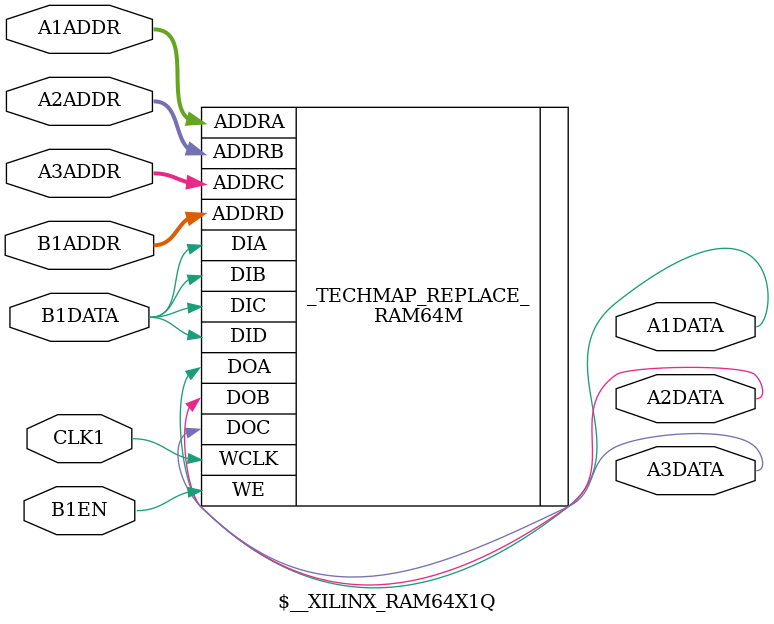
<source format=v>

module \$__XILINX_RAM16X1D (CLK1, A1ADDR, A1DATA, B1ADDR, B1DATA, B1EN);
	parameter [15:0] INIT = 16'bx;
	parameter CLKPOL2 = 1;
	input CLK1;

	input [3:0] A1ADDR;
	output A1DATA;

	input [3:0] B1ADDR;
	input B1DATA;
	input B1EN;

	RAM16X1D #(
		.INIT(INIT),
		.IS_WCLK_INVERTED(!CLKPOL2)
	) _TECHMAP_REPLACE_ (
		.DPRA0(A1ADDR[0]),
		.DPRA1(A1ADDR[1]),
		.DPRA2(A1ADDR[2]),
		.DPRA3(A1ADDR[3]),
		.DPO(A1DATA),

		.A0(B1ADDR[0]),
		.A1(B1ADDR[1]),
		.A2(B1ADDR[2]),
		.A3(B1ADDR[3]),
		.D(B1DATA),
		.WCLK(CLK1),
		.WE(B1EN)
	);
endmodule

module \$__XILINX_RAM32X1D (CLK1, A1ADDR, A1DATA, B1ADDR, B1DATA, B1EN);
	parameter [31:0] INIT = 32'bx;
	parameter CLKPOL2 = 1;
	input CLK1;

	input [4:0] A1ADDR;
	output A1DATA;

	input [4:0] B1ADDR;
	input B1DATA;
	input B1EN;

	RAM32X1D #(
		.INIT(INIT),
		.IS_WCLK_INVERTED(!CLKPOL2)
	) _TECHMAP_REPLACE_ (
		.DPRA0(A1ADDR[0]),
		.DPRA1(A1ADDR[1]),
		.DPRA2(A1ADDR[2]),
		.DPRA3(A1ADDR[3]),
		.DPRA4(A1ADDR[4]),
		.DPO(A1DATA),

		.A0(B1ADDR[0]),
		.A1(B1ADDR[1]),
		.A2(B1ADDR[2]),
		.A3(B1ADDR[3]),
		.A4(B1ADDR[4]),
		.D(B1DATA),
		.WCLK(CLK1),
		.WE(B1EN)
	);
endmodule

module \$__XILINX_RAM64X1D (CLK1, A1ADDR, A1DATA, B1ADDR, B1DATA, B1EN);
	parameter [63:0] INIT = 64'bx;
	parameter CLKPOL2 = 1;
	input CLK1;

	input [5:0] A1ADDR;
	output A1DATA;

	input [5:0] B1ADDR;
	input B1DATA;
	input B1EN;

	RAM64X1D #(
		.INIT(INIT),
		.IS_WCLK_INVERTED(!CLKPOL2)
	) _TECHMAP_REPLACE_ (
		.DPRA0(A1ADDR[0]),
		.DPRA1(A1ADDR[1]),
		.DPRA2(A1ADDR[2]),
		.DPRA3(A1ADDR[3]),
		.DPRA4(A1ADDR[4]),
		.DPRA5(A1ADDR[5]),
		.DPO(A1DATA),

		.A0(B1ADDR[0]),
		.A1(B1ADDR[1]),
		.A2(B1ADDR[2]),
		.A3(B1ADDR[3]),
		.A4(B1ADDR[4]),
		.A5(B1ADDR[5]),
		.D(B1DATA),
		.WCLK(CLK1),
		.WE(B1EN)
	);
endmodule

module \$__XILINX_RAM128X1D (CLK1, A1ADDR, A1DATA, B1ADDR, B1DATA, B1EN);
	parameter [127:0] INIT = 128'bx;
	parameter CLKPOL2 = 1;
	input CLK1;

	input [6:0] A1ADDR;
	output A1DATA;

	input [6:0] B1ADDR;
	input B1DATA;
	input B1EN;

	RAM128X1D #(
		.INIT(INIT),
		.IS_WCLK_INVERTED(!CLKPOL2)
	) _TECHMAP_REPLACE_ (
		.DPRA(A1ADDR),
		.DPO(A1DATA),

		.A(B1ADDR),
		.D(B1DATA),
		.WCLK(CLK1),
		.WE(B1EN)
	);
endmodule


module \$__XILINX_RAM32X6SDP (CLK1, A1ADDR, A1DATA, B1ADDR, B1DATA, B1EN);
	parameter [32*6-1:0] INIT = {32*6{1'bx}};
	parameter CLKPOL2 = 1;
	input CLK1;

	input [4:0] A1ADDR;
	output [5:0] A1DATA;

	input [4:0] B1ADDR;
	input [5:0] B1DATA;
	input B1EN;

	wire [1:0] DOD_unused;

	RAM32M #(
		.INIT_A({INIT[187:186], INIT[181:180], INIT[175:174], INIT[169:168], INIT[163:162], INIT[157:156], INIT[151:150], INIT[145:144], INIT[139:138], INIT[133:132], INIT[127:126], INIT[121:120], INIT[115:114], INIT[109:108], INIT[103:102], INIT[ 97: 96], INIT[ 91: 90], INIT[ 85: 84], INIT[ 79: 78], INIT[ 73: 72], INIT[ 67: 66], INIT[ 61: 60], INIT[ 55: 54], INIT[ 49: 48], INIT[ 43: 42], INIT[ 37: 36], INIT[ 31: 30], INIT[ 25: 24], INIT[ 19: 18], INIT[ 13: 12], INIT[  7:  6], INIT[  1:  0]}),
		.INIT_B({INIT[189:188], INIT[183:182], INIT[177:176], INIT[171:170], INIT[165:164], INIT[159:158], INIT[153:152], INIT[147:146], INIT[141:140], INIT[135:134], INIT[129:128], INIT[123:122], INIT[117:116], INIT[111:110], INIT[105:104], INIT[ 99: 98], INIT[ 93: 92], INIT[ 87: 86], INIT[ 81: 80], INIT[ 75: 74], INIT[ 69: 68], INIT[ 63: 62], INIT[ 57: 56], INIT[ 51: 50], INIT[ 45: 44], INIT[ 39: 38], INIT[ 33: 32], INIT[ 27: 26], INIT[ 21: 20], INIT[ 15: 14], INIT[  9:  8], INIT[  3:  2]}),
		.INIT_C({INIT[191:190], INIT[185:184], INIT[179:178], INIT[173:172], INIT[167:166], INIT[161:160], INIT[155:154], INIT[149:148], INIT[143:142], INIT[137:136], INIT[131:130], INIT[125:124], INIT[119:118], INIT[113:112], INIT[107:106], INIT[101:100], INIT[ 95: 94], INIT[ 89: 88], INIT[ 83: 82], INIT[ 77: 76], INIT[ 71: 70], INIT[ 65: 64], INIT[ 59: 58], INIT[ 53: 52], INIT[ 47: 46], INIT[ 41: 40], INIT[ 35: 34], INIT[ 29: 28], INIT[ 23: 22], INIT[ 17: 16], INIT[ 11: 10], INIT[  5:  4]}),
		.INIT_D(64'bx),
		.IS_WCLK_INVERTED(!CLKPOL2)
	) _TECHMAP_REPLACE_ (
		.ADDRA(A1ADDR),
		.ADDRB(A1ADDR),
		.ADDRC(A1ADDR),
		.DOA(A1DATA[1:0]),
		.DOB(A1DATA[3:2]),
		.DOC(A1DATA[5:4]),
		.DOD(DOD_unused),

		.ADDRD(B1ADDR),
		.DIA(B1DATA[1:0]),
		.DIB(B1DATA[3:2]),
		.DIC(B1DATA[5:4]),
		.DID(2'b00),
		.WCLK(CLK1),
		.WE(B1EN)
	);
endmodule

module \$__XILINX_RAM64X3SDP (CLK1, A1ADDR, A1DATA, B1ADDR, B1DATA, B1EN);
	parameter [64*3-1:0] INIT = {64*3{1'bx}};
	parameter CLKPOL2 = 1;
	input CLK1;

	input [5:0] A1ADDR;
	output [2:0] A1DATA;

	input [5:0] B1ADDR;
	input [2:0] B1DATA;
	input B1EN;

	wire DOD_unused;

	RAM64M #(
		.INIT_A({INIT[189], INIT[186], INIT[183], INIT[180], INIT[177], INIT[174], INIT[171], INIT[168], INIT[165], INIT[162], INIT[159], INIT[156], INIT[153], INIT[150], INIT[147], INIT[144], INIT[141], INIT[138], INIT[135], INIT[132], INIT[129], INIT[126], INIT[123], INIT[120], INIT[117], INIT[114], INIT[111], INIT[108], INIT[105], INIT[102], INIT[ 99], INIT[ 96], INIT[ 93], INIT[ 90], INIT[ 87], INIT[ 84], INIT[ 81], INIT[ 78], INIT[ 75], INIT[ 72], INIT[ 69], INIT[ 66], INIT[ 63], INIT[ 60], INIT[ 57], INIT[ 54], INIT[ 51], INIT[ 48], INIT[ 45], INIT[ 42], INIT[ 39], INIT[ 36], INIT[ 33], INIT[ 30], INIT[ 27], INIT[ 24], INIT[ 21], INIT[ 18], INIT[ 15], INIT[ 12], INIT[  9], INIT[  6], INIT[  3], INIT[  0]}),
		.INIT_B({INIT[190], INIT[187], INIT[184], INIT[181], INIT[178], INIT[175], INIT[172], INIT[169], INIT[166], INIT[163], INIT[160], INIT[157], INIT[154], INIT[151], INIT[148], INIT[145], INIT[142], INIT[139], INIT[136], INIT[133], INIT[130], INIT[127], INIT[124], INIT[121], INIT[118], INIT[115], INIT[112], INIT[109], INIT[106], INIT[103], INIT[100], INIT[ 97], INIT[ 94], INIT[ 91], INIT[ 88], INIT[ 85], INIT[ 82], INIT[ 79], INIT[ 76], INIT[ 73], INIT[ 70], INIT[ 67], INIT[ 64], INIT[ 61], INIT[ 58], INIT[ 55], INIT[ 52], INIT[ 49], INIT[ 46], INIT[ 43], INIT[ 40], INIT[ 37], INIT[ 34], INIT[ 31], INIT[ 28], INIT[ 25], INIT[ 22], INIT[ 19], INIT[ 16], INIT[ 13], INIT[ 10], INIT[  7], INIT[  4], INIT[  1]}),
		.INIT_C({INIT[191], INIT[188], INIT[185], INIT[182], INIT[179], INIT[176], INIT[173], INIT[170], INIT[167], INIT[164], INIT[161], INIT[158], INIT[155], INIT[152], INIT[149], INIT[146], INIT[143], INIT[140], INIT[137], INIT[134], INIT[131], INIT[128], INIT[125], INIT[122], INIT[119], INIT[116], INIT[113], INIT[110], INIT[107], INIT[104], INIT[101], INIT[ 98], INIT[ 95], INIT[ 92], INIT[ 89], INIT[ 86], INIT[ 83], INIT[ 80], INIT[ 77], INIT[ 74], INIT[ 71], INIT[ 68], INIT[ 65], INIT[ 62], INIT[ 59], INIT[ 56], INIT[ 53], INIT[ 50], INIT[ 47], INIT[ 44], INIT[ 41], INIT[ 38], INIT[ 35], INIT[ 32], INIT[ 29], INIT[ 26], INIT[ 23], INIT[ 20], INIT[ 17], INIT[ 14], INIT[ 11], INIT[  8], INIT[  5], INIT[  2]}),
		.INIT_D(64'bx),
		.IS_WCLK_INVERTED(!CLKPOL2)
	) _TECHMAP_REPLACE_ (
		.ADDRA(A1ADDR),
		.ADDRB(A1ADDR),
		.ADDRC(A1ADDR),
		.DOA(A1DATA[0]),
		.DOB(A1DATA[1]),
		.DOC(A1DATA[2]),
		.DOD(DOD_unused),

		.ADDRD(B1ADDR),
		.DIA(B1DATA[0]),
		.DIB(B1DATA[1]),
		.DIC(B1DATA[2]),
		.DID(1'b0),
		.WCLK(CLK1),
		.WE(B1EN)
	);
endmodule

module \$__XILINX_RAM32X2Q (CLK1, A1ADDR, A1DATA, A2ADDR, A2DATA, A3ADDR, A3DATA, B1ADDR, B1DATA, B1EN);
	parameter [63:0] INIT = 64'bx;
	parameter CLKPOL2 = 1;
	input CLK1;

	input [4:0] A1ADDR, A2ADDR, A3ADDR;
	output [1:0] A1DATA, A2DATA, A3DATA;

	input [4:0] B1ADDR;
	input [1:0] B1DATA;
	input B1EN;

	RAM32M #(
		.INIT_A(INIT),
		.INIT_B(INIT),
		.INIT_C(INIT),
		.INIT_D(INIT),
		.IS_WCLK_INVERTED(!CLKPOL2)
	) _TECHMAP_REPLACE_ (
		.ADDRA(A1ADDR),
		.ADDRB(A2ADDR),
		.ADDRC(A3ADDR),
		.DOA(A1DATA),
		.DOB(A2DATA),
		.DOC(A3DATA),

		.ADDRD(B1ADDR),
		.DIA(B1DATA),
		.DIB(B1DATA),
		.DIC(B1DATA),
		.DID(B1DATA),
		.WCLK(CLK1),
		.WE(B1EN)
	);
endmodule

module \$__XILINX_RAM64X1Q (CLK1, A1ADDR, A1DATA, A2ADDR, A2DATA, A3ADDR, A3DATA, B1ADDR, B1DATA, B1EN);
	parameter [63:0] INIT = 64'bx;
	parameter CLKPOL2 = 1;
	input CLK1;

	input [5:0] A1ADDR, A2ADDR, A3ADDR;
	output A1DATA, A2DATA, A3DATA;

	input [5:0] B1ADDR;
	input B1DATA;
	input B1EN;

	RAM64M #(
		.INIT_A(INIT),
		.INIT_B(INIT),
		.INIT_C(INIT),
		.INIT_D(INIT),
		.IS_WCLK_INVERTED(!CLKPOL2)
	) _TECHMAP_REPLACE_ (
		.ADDRA(A1ADDR),
		.ADDRB(A2ADDR),
		.ADDRC(A3ADDR),
		.DOA(A1DATA),
		.DOB(A2DATA),
		.DOC(A3DATA),

		.ADDRD(B1ADDR),
		.DIA(B1DATA),
		.DIB(B1DATA),
		.DIC(B1DATA),
		.DID(B1DATA),
		.WCLK(CLK1),
		.WE(B1EN)
	);
endmodule

</source>
